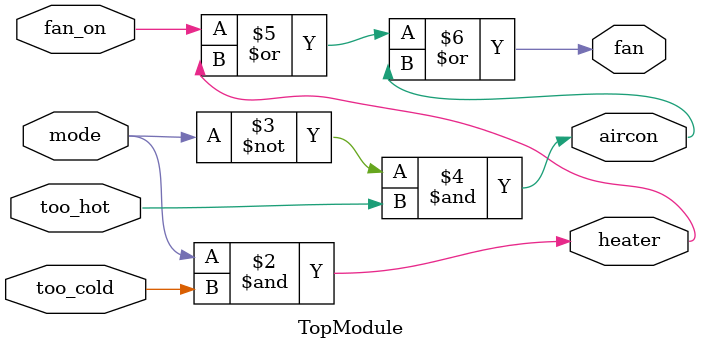
<source format=sv>

module TopModule (
  input mode,
  input too_cold,
  input too_hot,
  input fan_on,
  output heater,
  output aircon,
  output fan
);
always @(*) begin
    heater = mode & too_cold;
    aircon = ~mode & too_hot;
    fan = fan_on | heater | aircon;
end
endmodule

</source>
